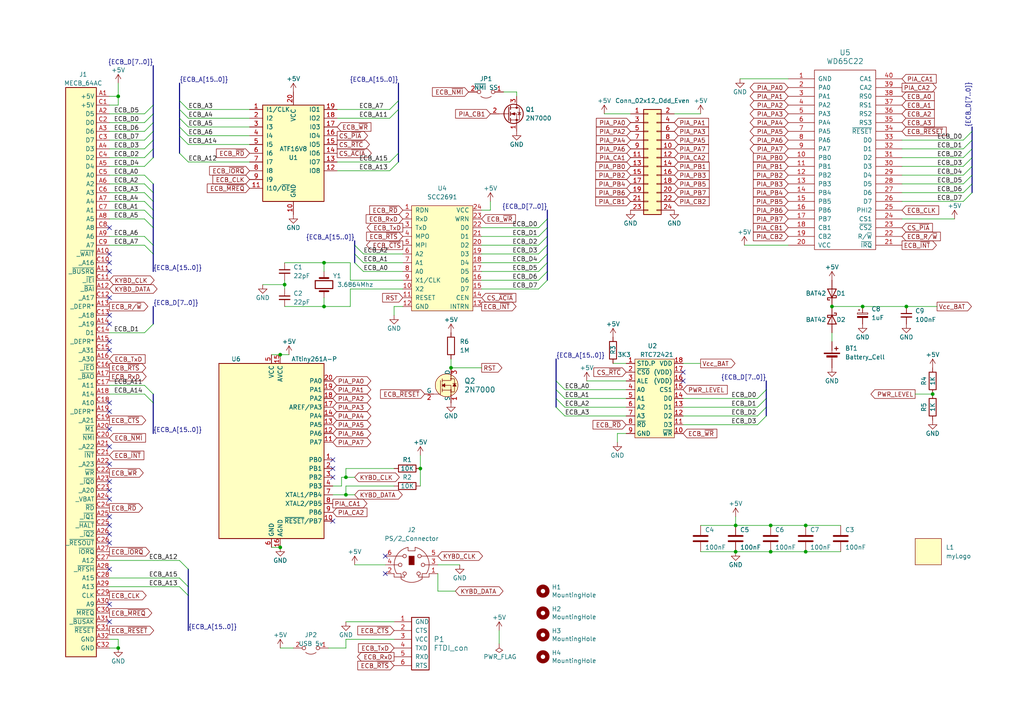
<source format=kicad_sch>
(kicad_sch (version 20230121) (generator eeschema)
  (paper "A4")
  (title_block (title "TLC SYS I/O Board for MECB") (date "14/10/24") (rev "1.4") (company "TLC Stuff"))
  (junction (at 81.28 102.87))
  (junction (at 81.28 158.75))
  (junction (at 241.3 88.9))
  (junction (at 270.51 114.3))
  (junction (at 93.98 88.9))
  (junction (at 233.68 152.4))
  (junction (at 34.29 187.96))
  (junction (at 121.92 135.89))
  (junction (at 213.36 160.02))
  (junction (at 93.98 76.2))
  (junction (at 223.52 160.02))
  (junction (at 233.68 160.02))
  (junction (at 262.89 88.9))
  (junction (at 100.33 143.51))
  (junction (at 82.55 82.55))
  (junction (at 250.19 88.9))
  (junction (at 130.81 106.68))
  (junction (at 213.36 152.4))
  (junction (at 100.33 138.43))
  (junction (at 34.29 27.94))
  (junction (at 223.52 152.4))
  (no_connect (at 198.12 110.49))
  (no_connect (at 31.75 93.98))
  (no_connect (at 31.75 78.74))
  (no_connect (at 31.75 165.1))
  (no_connect (at 111.76 166.37))
  (no_connect (at 31.75 180.34))
  (no_connect (at 31.75 73.66))
  (no_connect (at 31.75 86.36))
  (no_connect (at 31.75 157.48))
  (no_connect (at 96.52 138.43))
  (no_connect (at 31.75 124.46))
  (no_connect (at 31.75 66.04))
  (no_connect (at 96.52 133.35))
  (no_connect (at 31.75 134.62))
  (no_connect (at 31.75 76.2))
  (no_connect (at 31.75 101.6))
  (no_connect (at 31.75 116.84))
  (no_connect (at 31.75 129.54))
  (no_connect (at 31.75 154.94))
  (no_connect (at 111.76 161.29))
  (no_connect (at 31.75 152.4))
  (no_connect (at 31.75 149.86))
  (no_connect (at 31.75 175.26))
  (no_connect (at 96.52 135.89))
  (no_connect (at 96.52 151.13))
  (no_connect (at 31.75 91.44))
  (no_connect (at 31.75 119.38))
  (no_connect (at 198.12 107.95))
  (no_connect (at 31.75 142.24))
  (no_connect (at 31.75 144.78))
  (no_connect (at 31.75 139.7))
  (no_connect (at 31.75 99.06))
  (bus_entry (at 44.45 53.34) (size -2.54 -2.54))
  (bus_entry (at 281.94 38.1) (size -2.54 2.54))
  (bus_entry (at 52.07 170.18) (size 2.54 2.54))
  (bus_entry (at 222.25 115.57) (size -2.54 2.54))
  (bus_entry (at 102.87 76.2) (size 2.54 2.54))
  (bus_entry (at 52.07 162.56) (size 2.54 2.54))
  (bus_entry (at 41.91 43.18) (size 2.54 -2.54))
  (bus_entry (at 41.91 38.1) (size 2.54 -2.54))
  (bus_entry (at 44.45 55.88) (size -2.54 -2.54))
  (bus_entry (at 281.94 50.8) (size -2.54 2.54))
  (bus_entry (at 44.45 63.5) (size -2.54 -2.54))
  (bus_entry (at 158.75 68.58) (size -2.54 2.54))
  (bus_entry (at 281.94 48.26) (size -2.54 2.54))
  (bus_entry (at 222.25 113.03) (size -2.54 2.54))
  (bus_entry (at 102.87 71.12) (size 2.54 2.54))
  (bus_entry (at 281.94 55.88) (size -2.54 2.54))
  (bus_entry (at 52.07 167.64) (size 2.54 2.54))
  (bus_entry (at 281.94 53.34) (size -2.54 2.54))
  (bus_entry (at 158.75 63.5) (size -2.54 2.54))
  (bus_entry (at 41.91 48.26) (size 2.54 -2.54))
  (bus_entry (at 41.91 33.02) (size 2.54 -2.54))
  (bus_entry (at 158.75 71.12) (size -2.54 2.54))
  (bus_entry (at 158.75 66.04) (size -2.54 2.54))
  (bus_entry (at 281.94 40.64) (size -2.54 2.54))
  (bus_entry (at 161.29 118.11) (size 2.54 2.54))
  (bus_entry (at 41.91 111.76) (size 2.54 2.54))
  (bus_entry (at 41.91 96.52) (size 2.54 -2.54))
  (bus_entry (at 161.29 113.03) (size 2.54 2.54))
  (bus_entry (at 44.45 73.66) (size -2.54 -2.54))
  (bus_entry (at 281.94 43.18) (size -2.54 2.54))
  (bus_entry (at 41.91 45.72) (size 2.54 -2.54))
  (bus_entry (at 44.45 66.04) (size -2.54 -2.54))
  (bus_entry (at 158.75 81.28) (size -2.54 2.54))
  (bus_entry (at 158.75 76.2) (size -2.54 2.54))
  (bus_entry (at 161.29 110.49) (size 2.54 2.54))
  (bus_entry (at 161.29 115.57) (size 2.54 2.54))
  (bus_entry (at 41.91 35.56) (size 2.54 -2.54))
  (bus_entry (at 158.75 73.66) (size -2.54 2.54))
  (bus_entry (at 102.87 73.66) (size 2.54 2.54))
  (bus_entry (at 41.91 114.3) (size 2.54 2.54))
  (bus_entry (at 44.45 71.12) (size -2.54 -2.54))
  (bus_entry (at 222.25 118.11) (size -2.54 2.54))
  (bus_entry (at 52.07 36.83) (size 2.54 2.54))
  (bus_entry (at 52.07 44.45) (size 2.54 2.54))
  (bus_entry (at 52.07 39.37) (size 2.54 2.54))
  (bus_entry (at 52.07 29.21) (size 2.54 2.54))
  (bus_entry (at 52.07 31.75) (size 2.54 2.54))
  (bus_entry (at 52.07 34.29) (size 2.54 2.54))
  (bus_entry (at 113.03 49.53) (size 2.54 -2.54))
  (bus_entry (at 113.03 46.99) (size 2.54 -2.54))
  (bus_entry (at 113.03 34.29) (size 2.54 -2.54))
  (bus_entry (at 113.03 31.75) (size 2.54 -2.54))
  (bus_entry (at 41.91 40.64) (size 2.54 -2.54))
  (bus_entry (at 281.94 45.72) (size -2.54 2.54))
  (bus_entry (at 44.45 58.42) (size -2.54 -2.54))
  (bus_entry (at 222.25 120.65) (size -2.54 2.54))
  (bus_entry (at 44.45 60.96) (size -2.54 -2.54))
  (bus_entry (at 158.75 78.74) (size -2.54 2.54))
  (wire (pts (xy 96.52 140.97) (xy 99.06 140.97)))
  (wire (pts (xy 54.61 46.99) (xy 72.39 46.99)))
  (wire (pts (xy 233.68 152.4) (xy 243.84 152.4)))
  (wire (pts (xy 31.75 40.64) (xy 41.91 40.64)))
  (bus (pts (xy 281.94 43.18) (xy 281.94 45.72)))
  (wire (pts (xy 127 171.45) (xy 132.08 171.45)))
  (wire (pts (xy 97.79 31.75) (xy 113.03 31.75)))
  (wire (pts (xy 105.41 78.74) (xy 116.84 78.74)))
  (wire (pts (xy 116.84 81.28) (xy 101.6 81.28)))
  (wire (pts (xy 81.28 187.96) (xy 85.09 187.96)))
  (wire (pts (xy 198.12 105.41) (xy 203.2 105.41)))
  (bus (pts (xy 44.45 19.05) (xy 44.45 30.48)))
  (wire (pts (xy 31.75 63.5) (xy 41.91 63.5)))
  (wire (pts (xy 105.41 73.66) (xy 116.84 73.66)))
  (wire (pts (xy 139.7 81.28) (xy 156.21 81.28)))
  (wire (pts (xy 101.6 88.9) (xy 93.98 88.9)))
  (wire (pts (xy 265.43 114.3) (xy 270.51 114.3)))
  (wire (pts (xy 261.62 63.5) (xy 276.86 63.5)))
  (wire (pts (xy 100.33 140.97) (xy 100.33 143.51)))
  (bus (pts (xy 54.61 170.18) (xy 54.61 172.72)))
  (wire (pts (xy 102.87 163.83) (xy 111.76 163.83)))
  (bus (pts (xy 44.45 66.04) (xy 44.45 71.12)))
  (wire (pts (xy 31.75 71.12) (xy 41.91 71.12)))
  (bus (pts (xy 115.57 24.13) (xy 115.57 29.21)))
  (bus (pts (xy 44.45 53.34) (xy 44.45 55.88)))
  (wire (pts (xy 31.75 185.42) (xy 34.29 185.42)))
  (wire (pts (xy 93.98 86.36) (xy 93.98 88.9)))
  (wire (pts (xy 93.98 76.2) (xy 82.55 76.2)))
  (wire (pts (xy 262.89 88.9) (xy 271.78 88.9)))
  (wire (pts (xy 203.2 160.02) (xy 213.36 160.02)))
  (wire (pts (xy 146.05 26.67) (xy 149.86 26.67)))
  (wire (pts (xy 31.75 53.34) (xy 41.91 53.34)))
  (wire (pts (xy 78.74 158.75) (xy 81.28 158.75)))
  (wire (pts (xy 139.7 68.58) (xy 156.21 68.58)))
  (bus (pts (xy 158.75 66.04) (xy 158.75 68.58)))
  (bus (pts (xy 222.25 110.49) (xy 222.25 113.03)))
  (bus (pts (xy 115.57 29.21) (xy 115.57 31.75)))
  (wire (pts (xy 31.75 45.72) (xy 41.91 45.72)))
  (wire (pts (xy 114.3 140.97) (xy 100.33 140.97)))
  (wire (pts (xy 116.84 83.82) (xy 101.6 83.82)))
  (wire (pts (xy 54.61 41.91) (xy 72.39 41.91)))
  (wire (pts (xy 198.12 120.65) (xy 219.71 120.65)))
  (bus (pts (xy 161.29 104.14) (xy 161.29 110.49)))
  (wire (pts (xy 31.75 38.1) (xy 41.91 38.1)))
  (wire (pts (xy 31.75 162.56) (xy 52.07 162.56)))
  (wire (pts (xy 31.75 48.26) (xy 41.91 48.26)))
  (wire (pts (xy 175.26 33.02) (xy 182.88 33.02)))
  (bus (pts (xy 158.75 76.2) (xy 158.75 78.74)))
  (wire (pts (xy 31.75 50.8) (xy 41.91 50.8)))
  (bus (pts (xy 44.45 88.9) (xy 44.45 93.98)))
  (bus (pts (xy 222.25 115.57) (xy 222.25 118.11)))
  (wire (pts (xy 181.61 125.73) (xy 179.07 125.73)))
  (wire (pts (xy 82.55 82.55) (xy 82.55 83.82)))
  (wire (pts (xy 170.18 110.49) (xy 181.61 110.49)))
  (bus (pts (xy 44.45 43.18) (xy 44.45 45.72)))
  (wire (pts (xy 114.3 135.89) (xy 100.33 135.89)))
  (bus (pts (xy 52.07 24.13) (xy 52.07 29.21)))
  (wire (pts (xy 215.9 71.12) (xy 228.6 71.12)))
  (wire (pts (xy 261.62 40.64) (xy 279.4 40.64)))
  (wire (pts (xy 31.75 33.02) (xy 41.91 33.02)))
  (wire (pts (xy 31.75 43.18) (xy 41.91 43.18)))
  (wire (pts (xy 31.75 60.96) (xy 41.91 60.96)))
  (wire (pts (xy 99.06 138.43) (xy 100.33 138.43)))
  (wire (pts (xy 31.75 58.42) (xy 41.91 58.42)))
  (wire (pts (xy 54.61 36.83) (xy 72.39 36.83)))
  (bus (pts (xy 54.61 172.72) (xy 54.61 182.88)))
  (wire (pts (xy 31.75 167.64) (xy 52.07 167.64)))
  (bus (pts (xy 44.45 55.88) (xy 44.45 58.42)))
  (wire (pts (xy 261.62 53.34) (xy 279.4 53.34)))
  (wire (pts (xy 76.2 82.55) (xy 82.55 82.55)))
  (wire (pts (xy 139.7 66.04) (xy 156.21 66.04)))
  (wire (pts (xy 96.52 143.51) (xy 100.33 143.51)))
  (wire (pts (xy 177.8 105.41) (xy 181.61 105.41)))
  (bus (pts (xy 102.87 71.12) (xy 102.87 73.66)))
  (wire (pts (xy 31.75 55.88) (xy 41.91 55.88)))
  (wire (pts (xy 31.75 111.76) (xy 41.91 111.76)))
  (wire (pts (xy 241.3 96.52) (xy 241.3 99.06)))
  (wire (pts (xy 116.84 88.9) (xy 114.3 88.9)))
  (wire (pts (xy 198.12 118.11) (xy 219.71 118.11)))
  (wire (pts (xy 31.75 114.3) (xy 41.91 114.3)))
  (wire (pts (xy 101.6 81.28) (xy 101.6 76.2)))
  (wire (pts (xy 261.62 58.42) (xy 279.4 58.42)))
  (wire (pts (xy 31.75 68.58) (xy 41.91 68.58)))
  (bus (pts (xy 52.07 29.21) (xy 52.07 31.75)))
  (bus (pts (xy 102.87 69.85) (xy 102.87 71.12)))
  (wire (pts (xy 139.7 83.82) (xy 156.21 83.82)))
  (bus (pts (xy 158.75 63.5) (xy 158.75 66.04)))
  (wire (pts (xy 99.06 140.97) (xy 99.06 138.43)))
  (wire (pts (xy 100.33 185.42) (xy 100.33 187.96)))
  (bus (pts (xy 44.45 71.12) (xy 44.45 73.66)))
  (bus (pts (xy 158.75 73.66) (xy 158.75 76.2)))
  (bus (pts (xy 44.45 116.84) (xy 44.45 125.73)))
  (wire (pts (xy 163.83 115.57) (xy 181.61 115.57)))
  (wire (pts (xy 31.75 35.56) (xy 41.91 35.56)))
  (wire (pts (xy 127 166.37) (xy 127 171.45)))
  (bus (pts (xy 54.61 165.1) (xy 54.61 170.18)))
  (bus (pts (xy 222.25 113.03) (xy 222.25 115.57)))
  (wire (pts (xy 101.6 76.2) (xy 93.98 76.2)))
  (bus (pts (xy 222.25 118.11) (xy 222.25 120.65)))
  (wire (pts (xy 149.86 26.67) (xy 149.86 27.94)))
  (wire (pts (xy 233.68 160.02) (xy 243.84 160.02)))
  (wire (pts (xy 195.58 33.02) (xy 203.2 33.02)))
  (bus (pts (xy 281.94 45.72) (xy 281.94 48.26)))
  (bus (pts (xy 115.57 44.45) (xy 115.57 46.99)))
  (wire (pts (xy 261.62 45.72) (xy 279.4 45.72)))
  (wire (pts (xy 213.36 149.86) (xy 213.36 152.4)))
  (wire (pts (xy 139.7 73.66) (xy 156.21 73.66)))
  (wire (pts (xy 139.7 76.2) (xy 156.21 76.2)))
  (wire (pts (xy 81.28 102.87) (xy 83.82 102.87)))
  (wire (pts (xy 31.75 96.52) (xy 41.91 96.52)))
  (bus (pts (xy 281.94 48.26) (xy 281.94 50.8)))
  (wire (pts (xy 261.62 55.88) (xy 279.4 55.88)))
  (wire (pts (xy 100.33 187.96) (xy 95.25 187.96)))
  (bus (pts (xy 52.07 36.83) (xy 52.07 39.37)))
  (wire (pts (xy 101.6 83.82) (xy 101.6 88.9)))
  (wire (pts (xy 142.24 60.96) (xy 142.24 58.42)))
  (wire (pts (xy 213.36 152.4) (xy 223.52 152.4)))
  (wire (pts (xy 198.12 123.19) (xy 219.71 123.19)))
  (bus (pts (xy 44.45 38.1) (xy 44.45 40.64)))
  (bus (pts (xy 44.45 40.64) (xy 44.45 43.18)))
  (bus (pts (xy 102.87 73.66) (xy 102.87 76.2)))
  (bus (pts (xy 52.07 34.29) (xy 52.07 36.83)))
  (wire (pts (xy 163.83 120.65) (xy 181.61 120.65)))
  (wire (pts (xy 34.29 30.48) (xy 34.29 27.94)))
  (wire (pts (xy 82.55 81.28) (xy 82.55 82.55)))
  (wire (pts (xy 31.75 30.48) (xy 34.29 30.48)))
  (wire (pts (xy 127 163.83) (xy 133.35 163.83)))
  (wire (pts (xy 100.33 180.34) (xy 114.3 180.34)))
  (wire (pts (xy 31.75 170.18) (xy 52.07 170.18)))
  (wire (pts (xy 261.62 50.8) (xy 279.4 50.8)))
  (wire (pts (xy 214.63 22.86) (xy 228.6 22.86)))
  (wire (pts (xy 78.74 102.87) (xy 81.28 102.87)))
  (wire (pts (xy 203.2 152.4) (xy 213.36 152.4)))
  (bus (pts (xy 52.07 31.75) (xy 52.07 34.29)))
  (wire (pts (xy 144.78 182.88) (xy 144.78 186.69)))
  (wire (pts (xy 139.7 78.74) (xy 156.21 78.74)))
  (wire (pts (xy 100.33 143.51) (xy 102.87 143.51)))
  (wire (pts (xy 100.33 138.43) (xy 102.87 138.43)))
  (wire (pts (xy 105.41 76.2) (xy 116.84 76.2)))
  (wire (pts (xy 34.29 185.42) (xy 34.29 187.96)))
  (wire (pts (xy 121.92 132.08) (xy 121.92 135.89)))
  (wire (pts (xy 114.3 88.9) (xy 114.3 91.44)))
  (wire (pts (xy 54.61 39.37) (xy 72.39 39.37)))
  (wire (pts (xy 223.52 160.02) (xy 233.68 160.02)))
  (wire (pts (xy 97.79 49.53) (xy 113.03 49.53)))
  (wire (pts (xy 198.12 115.57) (xy 219.71 115.57)))
  (bus (pts (xy 161.29 110.49) (xy 161.29 113.03)))
  (wire (pts (xy 250.19 88.9) (xy 262.89 88.9)))
  (wire (pts (xy 93.98 76.2) (xy 93.98 78.74)))
  (bus (pts (xy 115.57 31.75) (xy 115.57 44.45)))
  (bus (pts (xy 281.94 53.34) (xy 281.94 55.88)))
  (wire (pts (xy 31.75 187.96) (xy 34.29 187.96)))
  (wire (pts (xy 223.52 152.4) (xy 233.68 152.4)))
  (bus (pts (xy 44.45 73.66) (xy 44.45 78.74)))
  (bus (pts (xy 161.29 113.03) (xy 161.29 115.57)))
  (bus (pts (xy 161.29 115.57) (xy 161.29 118.11)))
  (bus (pts (xy 44.45 33.02) (xy 44.45 35.56)))
  (wire (pts (xy 139.7 71.12) (xy 156.21 71.12)))
  (bus (pts (xy 281.94 36.83) (xy 281.94 38.1)))
  (wire (pts (xy 261.62 48.26) (xy 279.4 48.26)))
  (bus (pts (xy 158.75 78.74) (xy 158.75 81.28)))
  (wire (pts (xy 121.92 135.89) (xy 121.92 140.97)))
  (wire (pts (xy 139.7 60.96) (xy 142.24 60.96)))
  (bus (pts (xy 281.94 40.64) (xy 281.94 43.18)))
  (wire (pts (xy 179.07 125.73) (xy 179.07 128.27)))
  (bus (pts (xy 158.75 60.96) (xy 158.75 63.5)))
  (wire (pts (xy 93.98 88.9) (xy 82.55 88.9)))
  (wire (pts (xy 213.36 160.02) (xy 223.52 160.02)))
  (bus (pts (xy 281.94 38.1) (xy 281.94 40.64)))
  (bus (pts (xy 44.45 58.42) (xy 44.45 60.96)))
  (wire (pts (xy 241.3 88.9) (xy 250.19 88.9)))
  (bus (pts (xy 158.75 71.12) (xy 158.75 73.66)))
  (wire (pts (xy 97.79 46.99) (xy 113.03 46.99)))
  (bus (pts (xy 158.75 68.58) (xy 158.75 71.12)))
  (wire (pts (xy 130.81 106.68) (xy 139.7 106.68)))
  (bus (pts (xy 44.45 114.3) (xy 44.45 116.84)))
  (wire (pts (xy 261.62 43.18) (xy 279.4 43.18)))
  (wire (pts (xy 54.61 31.75) (xy 72.39 31.75)))
  (wire (pts (xy 130.81 104.14) (xy 130.81 106.68)))
  (bus (pts (xy 281.94 50.8) (xy 281.94 53.34)))
  (bus (pts (xy 44.45 63.5) (xy 44.45 66.04)))
  (bus (pts (xy 44.45 35.56) (xy 44.45 38.1)))
  (wire (pts (xy 163.83 113.03) (xy 181.61 113.03)))
  (wire (pts (xy 100.33 135.89) (xy 100.33 138.43)))
  (wire (pts (xy 97.79 34.29) (xy 113.03 34.29)))
  (wire (pts (xy 163.83 118.11) (xy 181.61 118.11)))
  (bus (pts (xy 44.45 60.96) (xy 44.45 63.5)))
  (wire (pts (xy 114.3 185.42) (xy 100.33 185.42)))
  (bus (pts (xy 52.07 39.37) (xy 52.07 44.45)))
  (wire (pts (xy 31.75 27.94) (xy 34.29 27.94)))
  (wire (pts (xy 34.29 24.13) (xy 34.29 27.94)))
  (wire (pts (xy 54.61 34.29) (xy 72.39 34.29)))
  (bus (pts (xy 44.45 30.48) (xy 44.45 33.02)))
  (label "{ECB_A[15..0]}" (at 115.57 24.13 180))
  (label "ECB_A5" (at 54.61 36.83 0))
  (label "ECB_D6" (at 148.59 81.28 0))
  (label "ECB_A6" (at 54.61 39.37 0))
  (label "ECB_D0" (at 212.09 115.57 0))
  (label "ECB_A15" (at 43.18 167.64 0))
  (label "ECB_D2" (at 271.78 45.72 0))
  (label "{ECB_A[15..0]}" (at 44.45 125.73 0))
  (label "ECB_D4" (at 271.78 50.8 0))
  (label "{ECB_A[15..0]}" (at 54.61 182.88 0))
  (label "ECB_D7" (at 271.78 58.42 0))
  (label "ECB_A2" (at 105.41 73.66 0))
  (label "ECB_A7" (at 104.14 31.75 0))
  (label "ECB_A15" (at 104.14 46.99 0))
  (label "ECB_D3" (at 33.02 43.18 0))
  (label "ECB_A12" (at 43.18 162.56 0))
  (label "{ECB_D[7..0]}" (at 44.45 88.9 0))
  (label "ECB_D1" (at 148.59 68.58 0))
  (label "ECB_D4" (at 148.59 76.2 0))
  (label "ECB_A1" (at 163.83 115.57 0))
  (label "ECB_A0" (at 105.41 78.74 0))
  (label "{ECB_D[7..0]}" (at 222.25 110.49 180))
  (label "{ECB_D[7..0]}" (at 281.94 36.83 90))
  (label "ECB_D3" (at 271.78 48.26 0))
  (label "ECB_A13" (at 104.14 49.53 0))
  (label "ECB_D0" (at 271.78 40.64 0))
  (label "{ECB_A[15..0]}" (at 44.45 78.74 0))
  (label "ECB_D0" (at 33.02 35.56 0))
  (label "ECB_A0" (at 33.02 50.8 0))
  (label "ECB_D7" (at 33.02 40.64 0))
  (label "ECB_D6" (at 33.02 38.1 0))
  (label "ECB_D3" (at 148.59 73.66 0))
  (label "ECB_A6" (at 33.02 68.58 0))
  (label "ECB_A3" (at 54.61 31.75 0))
  (label "ECB_D5" (at 33.02 33.02 0))
  (label "{ECB_A[15..0]}" (at 161.29 104.14 0))
  (label "ECB_A1" (at 105.41 76.2 0))
  (label "ECB_A12" (at 54.61 46.99 0))
  (label "{ECB_D[7..0]}" (at 44.45 19.05 180))
  (label "ECB_A11" (at 33.02 111.76 0))
  (label "ECB_A4" (at 33.02 58.42 0))
  (label "ECB_A2" (at 163.83 118.11 0))
  (label "ECB_A0" (at 163.83 113.03 0))
  (label "ECB_D7" (at 148.59 83.82 0))
  (label "ECB_D5" (at 271.78 53.34 0))
  (label "ECB_A3" (at 33.02 55.88 0))
  (label "ECB_A2" (at 33.02 53.34 0))
  (label "ECB_A4" (at 54.61 34.29 0))
  (label "ECB_D3" (at 212.09 123.19 0))
  (label "ECB_A5" (at 33.02 63.5 0))
  (label "{ECB_D[7..0]}" (at 158.75 60.96 180))
  (label "ECB_D0" (at 148.59 66.04 0))
  (label "ECB_D4" (at 33.02 48.26 0))
  (label "ECB_D2" (at 148.59 71.12 0))
  (label "ECB_A11" (at 104.14 34.29 0))
  (label "ECB_D6" (at 271.78 55.88 0))
  (label "ECB_D1" (at 33.02 96.52 0))
  (label "ECB_A13" (at 43.18 170.18 0))
  (label "ECB_D1" (at 271.78 43.18 0))
  (label "ECB_A7" (at 33.02 71.12 0))
  (label "ECB_D2" (at 33.02 45.72 0))
  (label "{ECB_A[15..0]}" (at 52.07 24.13 0))
  (label "{ECB_A[15..0]}" (at 102.87 69.85 180))
  (label "ECB_D1" (at 212.09 118.11 0))
  (label "ECB_D5" (at 148.59 78.74 0))
  (label "ECB_A3" (at 163.83 120.65 0))
  (label "ECB_A14" (at 33.02 114.3 0))
  (label "ECB_D2" (at 212.09 120.65 0))
  (label "ECB_A1" (at 33.02 60.96 0))
  (label "ECB_A14" (at 54.61 41.91 0))
  (global_label "ECB_~{RESET}" (shape output) (at 31.75 182.88 0) (property "Intersheetrefs" "${INTERSHEET_REFS}" (effects hide)))
  (global_label "ECB_~{MREQ}" (shape output) (at 31.75 177.8 0) (property "Intersheetrefs" "${INTERSHEET_REFS}" (effects hide)))
  (global_label "PIA_CA2" (shape input) (at 96.52 148.59 0) (property "Intersheetrefs" "${INTERSHEET_REFS}" (effects hide)))
  (global_label "PIA_PB2" (shape input) (at 228.6 50.8 180) (property "Intersheetrefs" "${INTERSHEET_REFS}" (effects hide)))
  (global_label "ECB_A1" (shape input) (at 261.62 30.48 0) (property "Intersheetrefs" "${INTERSHEET_REFS}" (effects hide)))
  (global_label "PIA_PA6" (shape bidirectional) (at 96.52 125.73 0) (property "Intersheetrefs" "${INTERSHEET_REFS}" (effects hide)))
  (global_label "PIA_PB2" (shape input) (at 182.88 50.8 180) (property "Intersheetrefs" "${INTERSHEET_REFS}" (effects hide)))
  (global_label "ECB_RxD" (shape output) (at 31.75 109.22 0) (property "Intersheetrefs" "${INTERSHEET_REFS}" (effects hide)))
  (global_label "PIA_CB1" (shape input) (at 142.24 33.02 180) (property "Intersheetrefs" "${INTERSHEET_REFS}" (effects hide)))
  (global_label "ECB_CLK" (shape output) (at 31.75 172.72 0) (property "Intersheetrefs" "${INTERSHEET_REFS}" (effects hide)))
  (global_label "KYBD_DATA" (shape bidirectional) (at 132.08 171.45 0) (property "Intersheetrefs" "${INTERSHEET_REFS}" (effects hide)))
  (global_label "PIA_PA3" (shape bidirectional) (at 96.52 118.11 0) (property "Intersheetrefs" "${INTERSHEET_REFS}" (effects hide)))
  (global_label "RST" (shape input) (at 116.84 86.36 180) (property "Intersheetrefs" "${INTERSHEET_REFS}" (effects hide)))
  (global_label "CS_~{ACIA}" (shape output) (at 97.79 44.45 0) (property "Intersheetrefs" "${INTERSHEET_REFS}" (effects hide)))
  (global_label "ECB_~{CTS}" (shape output) (at 116.84 71.12 180) (property "Intersheetrefs" "${INTERSHEET_REFS}" (effects hide)))
  (global_label "PIA_PB1" (shape input) (at 195.58 48.26 0) (property "Intersheetrefs" "${INTERSHEET_REFS}" (effects hide)))
  (global_label "PIA_PB3" (shape input) (at 195.58 50.8 0) (property "Intersheetrefs" "${INTERSHEET_REFS}" (effects hide)))
  (global_label "ECB_~{RTS}" (shape input) (at 114.3 193.04 180) (property "Intersheetrefs" "${INTERSHEET_REFS}" (effects hide)))
  (global_label "PIA_PA5" (shape bidirectional) (at 96.52 123.19 0) (property "Intersheetrefs" "${INTERSHEET_REFS}" (effects hide)))
  (global_label "PIA_PB5" (shape input) (at 228.6 58.42 180) (property "Intersheetrefs" "${INTERSHEET_REFS}" (effects hide)))
  (global_label "PIA_PB6" (shape input) (at 182.88 55.88 180) (property "Intersheetrefs" "${INTERSHEET_REFS}" (effects hide)))
  (global_label "PIA_PA1" (shape bidirectional) (at 96.52 113.03 0) (property "Intersheetrefs" "${INTERSHEET_REFS}" (effects hide)))
  (global_label "KYBD_DATA" (shape bidirectional) (at 31.75 83.82 0) (property "Intersheetrefs" "${INTERSHEET_REFS}" (effects hide)))
  (global_label "ECB_~{IORQ}" (shape output) (at 31.75 160.02 0) (property "Intersheetrefs" "${INTERSHEET_REFS}" (effects hide)))
  (global_label "PIA_PB5" (shape input) (at 195.58 53.34 0) (property "Intersheetrefs" "${INTERSHEET_REFS}" (effects hide)))
  (global_label "ECB_~{RESET}" (shape input) (at 123.19 114.3 180) (property "Intersheetrefs" "${INTERSHEET_REFS}" (effects hide)))
  (global_label "PIA_CA1" (shape output) (at 96.52 146.05 0) (property "Intersheetrefs" "${INTERSHEET_REFS}" (effects hide)))
  (global_label "ECB_~{RD}" (shape input) (at 72.39 44.45 180) (property "Intersheetrefs" "${INTERSHEET_REFS}" (effects hide)))
  (global_label "PIA_PA4" (shape bidirectional) (at 96.52 120.65 0) (property "Intersheetrefs" "${INTERSHEET_REFS}" (effects hide)))
  (global_label "PIA_PA3" (shape bidirectional) (at 228.6 33.02 180) (property "Intersheetrefs" "${INTERSHEET_REFS}" (effects hide)))
  (global_label "PIA_CB2" (shape input) (at 195.58 58.42 0) (property "Intersheetrefs" "${INTERSHEET_REFS}" (effects hide)))
  (global_label "PIA_PA2" (shape input) (at 182.88 38.1 180) (property "Intersheetrefs" "${INTERSHEET_REFS}" (effects hide)))
  (global_label "PIA_PB4" (shape input) (at 182.88 53.34 180) (property "Intersheetrefs" "${INTERSHEET_REFS}" (effects hide)))
  (global_label "CS_~{PIA}" (shape input) (at 261.62 66.04 0) (property "Intersheetrefs" "${INTERSHEET_REFS}" (effects hide)))
  (global_label "CS_~{ACIA}" (shape input) (at 139.7 86.36 0) (property "Intersheetrefs" "${INTERSHEET_REFS}" (effects hide)))
  (global_label "PIA_PA0" (shape bidirectional) (at 228.6 25.4 180) (property "Intersheetrefs" "${INTERSHEET_REFS}" (effects hide)))
  (global_label "KYBD_DATA" (shape bidirectional) (at 102.87 143.51 0) (property "Intersheetrefs" "${INTERSHEET_REFS}" (effects hide)))
  (global_label "ECB_A3" (shape input) (at 261.62 35.56 0) (property "Intersheetrefs" "${INTERSHEET_REFS}" (effects hide)))
  (global_label "ECB_~{WR}" (shape input) (at 97.79 36.83 0) (property "Intersheetrefs" "${INTERSHEET_REFS}" (effects hide)))
  (global_label "PIA_PB7" (shape input) (at 228.6 63.5 180) (property "Intersheetrefs" "${INTERSHEET_REFS}" (effects hide)))
  (global_label "PIA_PA4" (shape input) (at 182.88 40.64 180) (property "Intersheetrefs" "${INTERSHEET_REFS}" (effects hide)))
  (global_label "Vcc_BAT" (shape output) (at 203.2 105.41 0) (property "Intersheetrefs" "${INTERSHEET_REFS}" (effects hide)))
  (global_label "ECB_~{INT}" (shape input) (at 31.75 132.08 0) (property "Intersheetrefs" "${INTERSHEET_REFS}" (effects hide)))
  (global_label "PIA_PA0" (shape bidirectional) (at 96.52 110.49 0) (property "Intersheetrefs" "${INTERSHEET_REFS}" (effects hide)))
  (global_label "CS_~{PIA}" (shape output) (at 97.79 39.37 0) (property "Intersheetrefs" "${INTERSHEET_REFS}" (effects hide)))
  (global_label "RST" (shape output) (at 139.7 106.68 0) (property "Intersheetrefs" "${INTERSHEET_REFS}" (effects hide)))
  (global_label "ECB_CLK" (shape input) (at 72.39 52.07 180) (property "Intersheetrefs" "${INTERSHEET_REFS}" (effects hide)))
  (global_label "PIA_CB1" (shape input) (at 182.88 58.42 180) (property "Intersheetrefs" "${INTERSHEET_REFS}" (effects hide)))
  (global_label "ECB_TxD" (shape input) (at 31.75 104.14 0) (property "Intersheetrefs" "${INTERSHEET_REFS}" (effects hide)))
  (global_label "ECB_~{INT}" (shape output) (at 261.62 71.12 0) (property "Intersheetrefs" "${INTERSHEET_REFS}" (effects hide)))
  (global_label "PIA_CA2" (shape output) (at 261.62 25.4 0) (property "Intersheetrefs" "${INTERSHEET_REFS}" (effects hide)))
  (global_label "PIA_PB4" (shape input) (at 228.6 55.88 180) (property "Intersheetrefs" "${INTERSHEET_REFS}" (effects hide)))
  (global_label "PIA_PB6" (shape input) (at 228.6 60.96 180) (property "Intersheetrefs" "${INTERSHEET_REFS}" (effects hide)))
  (global_label "PIA_PA4" (shape bidirectional) (at 228.6 35.56 180) (property "Intersheetrefs" "${INTERSHEET_REFS}" (effects hide)))
  (global_label "PIA_PA5" (shape input) (at 195.58 40.64 0) (property "Intersheetrefs" "${INTERSHEET_REFS}" (effects hide)))
  (global_label "ECB_RxD" (shape output) (at 114.3 190.5 180) (property "Intersheetrefs" "${INTERSHEET_REFS}" (effects hide)))
  (global_label "PIA_PB3" (shape input) (at 228.6 53.34 180) (property "Intersheetrefs" "${INTERSHEET_REFS}" (effects hide)))
  (global_label "PIA_PA6" (shape bidirectional) (at 228.6 40.64 180) (property "Intersheetrefs" "${INTERSHEET_REFS}" (effects hide)))
  (global_label "KYBD_CLK" (shape bidirectional) (at 31.75 81.28 0) (property "Intersheetrefs" "${INTERSHEET_REFS}" (effects hide)))
  (global_label "ECB_A2" (shape input) (at 261.62 33.02 0) (property "Intersheetrefs" "${INTERSHEET_REFS}" (effects hide)))
  (global_label "ECB_~{RESET}" (shape input) (at 261.62 38.1 0) (property "Intersheetrefs" "${INTERSHEET_REFS}" (effects hide)))
  (global_label "ECB_~{CTS}" (shape input) (at 114.3 182.88 180) (property "Intersheetrefs" "${INTERSHEET_REFS}" (effects hide)))
  (global_label "PIA_PA5" (shape bidirectional) (at 228.6 38.1 180) (property "Intersheetrefs" "${INTERSHEET_REFS}" (effects hide)))
  (global_label "PIA_PA1" (shape bidirectional) (at 228.6 27.94 180) (property "Intersheetrefs" "${INTERSHEET_REFS}" (effects hide)))
  (global_label "KYBD_CLK" (shape bidirectional) (at 102.87 138.43 0) (property "Intersheetrefs" "${INTERSHEET_REFS}" (effects hide)))
  (global_label "PIA_PB0" (shape input) (at 228.6 45.72 180) (property "Intersheetrefs" "${INTERSHEET_REFS}" (effects hide)))
  (global_label "PIA_CA1" (shape input) (at 261.62 22.86 0) (property "Intersheetrefs" "${INTERSHEET_REFS}" (effects hide)))
  (global_label "PIA_PA7" (shape bidirectional) (at 96.52 128.27 0) (property "Intersheetrefs" "${INTERSHEET_REFS}" (effects hide)))
  (global_label "ECB_~{WR}" (shape output) (at 31.75 137.16 0) (property "Intersheetrefs" "${INTERSHEET_REFS}" (effects hide)))
  (global_label "ECB_TxD" (shape input) (at 114.3 187.96 180) (property "Intersheetrefs" "${INTERSHEET_REFS}" (effects hide)))
  (global_label "ECB_TxD" (shape output) (at 116.84 66.04 180) (property "Intersheetrefs" "${INTERSHEET_REFS}" (effects hide)))
  (global_label "CS_~{RTC}" (shape input) (at 181.61 107.95 180) (property "Intersheetrefs" "${INTERSHEET_REFS}" (effects hide)))
  (global_label "PIA_PA6" (shape input) (at 182.88 43.18 180) (property "Intersheetrefs" "${INTERSHEET_REFS}" (effects hide)))
  (global_label "ECB_A0" (shape input) (at 261.62 27.94 0) (property "Intersheetrefs" "${INTERSHEET_REFS}" (effects hide)))
  (global_label "ECB_~{RD}" (shape input) (at 116.84 60.96 180) (property "Intersheetrefs" "${INTERSHEET_REFS}" (effects hide)))
  (global_label "ECB_~{NMI}" (shape input) (at 135.89 26.67 180) (property "Intersheetrefs" "${INTERSHEET_REFS}" (effects hide)))
  (global_label "ECB_R{slash}~{W}" (shape input) (at 261.62 68.58 0) (property "Intersheetrefs" "${INTERSHEET_REFS}" (effects hide)))
  (global_label "PIA_PA1" (shape input) (at 195.58 35.56 0) (property "Intersheetrefs" "${INTERSHEET_REFS}" (effects hide)))
  (global_label "PWR_LEVEL" (shape input) (at 198.12 113.03 0) (property "Intersheetrefs" "${INTERSHEET_REFS}" (effects hide)))
  (global_label "ECB_CLK" (shape input) (at 261.62 60.96 0) (property "Intersheetrefs" "${INTERSHEET_REFS}" (effects hide)))
  (global_label "PIA_CB1" (shape input) (at 228.6 66.04 180) (property "Intersheetrefs" "${INTERSHEET_REFS}" (effects hide)))
  (global_label "PWR_LEVEL" (shape output) (at 265.43 114.3 180) (property "Intersheetrefs" "${INTERSHEET_REFS}" (effects hide)))
  (global_label "CS_~{RTC}" (shape output) (at 97.79 41.91 0) (property "Intersheetrefs" "${INTERSHEET_REFS}" (effects hide)))
  (global_label "ECB_~{RD}" (shape input) (at 181.61 123.19 180) (property "Intersheetrefs" "${INTERSHEET_REFS}" (effects hide)))
  (global_label "PIA_PB7" (shape input) (at 195.58 55.88 0) (property "Intersheetrefs" "${INTERSHEET_REFS}" (effects hide)))
  (global_label "ECB_RxD" (shape input) (at 116.84 63.5 180) (property "Intersheetrefs" "${INTERSHEET_REFS}" (effects hide)))
  (global_label "PIA_PA0" (shape input) (at 182.88 35.56 180) (property "Intersheetrefs" "${INTERSHEET_REFS}" (effects hide)))
  (global_label "ECB_R{slash}~{W}" (shape output) (at 31.75 88.9 0) (property "Intersheetrefs" "${INTERSHEET_REFS}" (effects hide)))
  (global_label "PIA_PA2" (shape bidirectional) (at 228.6 30.48 180) (property "Intersheetrefs" "${INTERSHEET_REFS}" (effects hide)))
  (global_label "ECB_~{NMI}" (shape input) (at 31.75 127 0) (property "Intersheetrefs" "${INTERSHEET_REFS}" (effects hide)))
  (global_label "PIA_CA1" (shape input) (at 182.88 45.72 180) (property "Intersheetrefs" "${INTERSHEET_REFS}" (effects hide)))
  (global_label "ECB_~{CTS}" (shape output) (at 31.75 121.92 0) (property "Intersheetrefs" "${INTERSHEET_REFS}" (effects hide)))
  (global_label "PIA_CA2" (shape input) (at 195.58 45.72 0) (property "Intersheetrefs" "${INTERSHEET_REFS}" (effects hide)))
  (global_label "Vcc_BAT" (shape output) (at 271.78 88.9 0) (property "Intersheetrefs" "${INTERSHEET_REFS}" (effects hide)))
  (global_label "PIA_PB0" (shape input) (at 182.88 48.26 180) (property "Intersheetrefs" "${INTERSHEET_REFS}" (effects hide)))
  (global_label "ECB_~{MREQ}" (shape input) (at 72.39 54.61 180) (property "Intersheetrefs" "${INTERSHEET_REFS}" (effects hide)))
  (global_label "PIA_PB1" (shape input) (at 228.6 48.26 180) (property "Intersheetrefs" "${INTERSHEET_REFS}" (effects hide)))
  (global_label "ECB_~{RTS}" (shape input) (at 116.84 68.58 180) (property "Intersheetrefs" "${INTERSHEET_REFS}" (effects hide)))
  (global_label "PIA_PA2" (shape bidirectional) (at 96.52 115.57 0) (property "Intersheetrefs" "${INTERSHEET_REFS}" (effects hide)))
  (global_label "ECB_~{RTS}" (shape output) (at 31.75 106.68 0) (property "Intersheetrefs" "${INTERSHEET_REFS}" (effects hide)))
  (global_label "ECB_~{WR}" (shape input) (at 139.7 63.5 0) (property "Intersheetrefs" "${INTERSHEET_REFS}" (effects hide)))
  (global_label "KYBD_CLK" (shape bidirectional) (at 127 161.29 0) (property "Intersheetrefs" "${INTERSHEET_REFS}" (effects hide)))
  (global_label "ECB_~{WR}" (shape input) (at 198.12 125.73 0) (property "Intersheetrefs" "${INTERSHEET_REFS}" (effects hide)))
  (global_label "ECB_~{IORQ}" (shape input) (at 72.39 49.53 180) (property "Intersheetrefs" "${INTERSHEET_REFS}" (effects hide)))
  (global_label "ECB_~{RD}" (shape output) (at 31.75 147.32 0) (property "Intersheetrefs" "${INTERSHEET_REFS}" (effects hide)))
  (global_label "PIA_PA7" (shape input) (at 195.58 43.18 0) (property "Intersheetrefs" "${INTERSHEET_REFS}" (effects hide)))
  (global_label "ECB_~{INT}" (shape output) (at 139.7 88.9 0) (property "Intersheetrefs" "${INTERSHEET_REFS}" (effects hide)))
  (global_label "PIA_PA3" (shape input) (at 195.58 38.1 0) (property "Intersheetrefs" "${INTERSHEET_REFS}" (effects hide)))
  (global_label "PIA_PA7" (shape bidirectional) (at 228.6 43.18 180) (property "Intersheetrefs" "${INTERSHEET_REFS}" (effects hide)))
  (global_label "PIA_CB2" (shape input) (at 228.6 68.58 180) (property "Intersheetrefs" "${INTERSHEET_REFS}" (effects hide)))
  (symbol (lib_id "Logic_Programmable:GAL16V8") (at 85.09 44.45 0) (unit 1)
    (property "Reference" "U1" (at 85.09 45.72 0))
    (property "Value" "ATF16V8" (at 85.09 43.18 0))
    (property "Footprint" "Package_DIP:DIP-20_W7.62mm_Socket_LongPads" (effects hide))
  )
  (symbol (lib_id "power:+5V") (at 85.09 26.67 0) (unit 1)
    (property "Reference" "#PWR05" (effects hide))
    (property "Value" "+5V" (at 85.09 22.86 0))
  )
  (symbol (lib_id "power:GND") (at 85.09 62.23 0) (unit 1)
    (property "Reference" "#PWR06" (effects hide))
    (property "Value" "GND" (at 85.09 66.04 0))
  )
  (symbol (lib_id "Mechanical:MountingHole") (at 157.48 184.15 0) (unit 1)
    (property "Reference" "H3" (at 160.02 182.9816 0) (effects (justify left)))
    (property "Value" "MountingHole" (at 160.02 185.293 0) (effects (justify left)))
    (property "Footprint" "MountingHole:MountingHole_3.2mm_M3" (effects hide))
  )
  (symbol (lib_id "Mechanical:MountingHole") (at 157.48 190.5 0) (unit 1)
    (property "Reference" "H4" (at 160.02 189.3316 0) (effects (justify left)))
    (property "Value" "MountingHole" (at 160.02 191.643 0) (effects (justify left)))
    (property "Footprint" "MountingHole:MountingHole_3.2mm_M3" (effects hide))
  )
  (symbol (lib_id "Mechanical:MountingHole") (at 157.48 171.45 0) (unit 1)
    (property "Reference" "H1" (at 160.02 170.2816 0) (effects (justify left)))
    (property "Value" "MountingHole" (at 160.02 172.593 0) (effects (justify left)))
    (property "Footprint" "MountingHole:MountingHole_3.2mm_M3" (effects hide))
  )
  (symbol (lib_id "Mechanical:MountingHole") (at 157.48 177.8 0) (unit 1)
    (property "Reference" "H2" (at 160.02 176.6316 0) (effects (justify left)))
    (property "Value" "MountingHole" (at 160.02 178.943 0) (effects (justify left)))
    (property "Footprint" "MountingHole:MountingHole_3.2mm_M3" (effects hide))
  )
  (symbol (lib_id "Device:C_Small") (at 262.89 91.44 0) (unit 1)
    (property "Reference" "C9" (at 265.43 90.1763 0) (effects (justify left)))
    (property "Value" "100nF" (at 265.43 92.7163 0) (effects (justify left)))
    (property "Footprint" "Capacitor_THT:C_Disc_D5.1mm_W3.2mm_P5.00mm" (effects hide))
  )
  (symbol (lib_name "+5V_1") (lib_id "power:+5V") (at 121.92 132.08 0) (unit 1)
    (property "Reference" "#PWR021" (effects hide))
    (property "Value" "+5V" (at 121.92 128.27 0))
  )
  (symbol (lib_name "GND_1") (lib_id "power:GND") (at 133.35 163.83 0) (unit 1)
    (property "Reference" "#PWR026" (effects hide))
    (property "Value" "GND" (at 133.35 167.64 0))
  )
  (symbol (lib_name "GND_1") (lib_id "power:GND") (at 250.19 93.98 0) (unit 1)
    (property "Reference" "#PWR032" (effects hide))
    (property "Value" "GND" (at 250.19 97.79 0))
  )
  (symbol (lib_id "ps2_connector:PS/2_Connector") (at 119.38 163.83 0) (unit 1)
    (property "Reference" "J2" (at 119.3804 153.67 0))
    (property "Value" "PS/2_Connector" (at 119.3804 156.21 0))
    (property "Footprint" "TLC_Stuff:PS2_mini_DIN" (effects hide))
    (property "Datasheet" "http://service.powerdynamics.com/ec/Catalog17/Section%2011.pdf" (effects hide))
  )
  (symbol (lib_id "Diode:BAT42") (at 241.3 85.09 90) (unit 1)
    (property "Reference" "D1" (at 242.57 85.09 90) (effects (justify right)))
    (property "Value" "BAT42" (at 233.68 85.09 90) (effects (justify right)))
    (property "Footprint" "Diode_THT:D_DO-35_SOD27_P7.62mm_Horizontal" (effects hide))
    (property "Datasheet" "http://www.vishay.com/docs/85660/bat42.pdf" (effects hide))
  )
  (symbol (lib_name "GND_1") (lib_id "power:GND") (at 214.63 22.86 0) (unit 1)
    (property "Reference" "#PWR07" (effects hide))
    (property "Value" "GND" (at 214.63 26.67 0))
  )
  (symbol (lib_id "TLC:SCC2691") (at 128.27 74.93 0) (unit 1)
    (property "Reference" "U4" (at 128.27 54.61 0))
    (property "Value" "SCC2691" (at 128.27 57.15 0))
    (property "Footprint" "Package_DIP:DIP-24_W7.62mm_LongPads" (effects hide))
  )
  (symbol (lib_name "+5V_1") (lib_id "power:+5V") (at 144.78 182.88 0) (unit 1)
    (property "Reference" "#PWR011" (effects hide))
    (property "Value" "+5V" (at 144.78 179.07 0))
  )
  (symbol (lib_id "TLC:FTDI_con") (at 121.92 186.69 0) (unit 1)
    (property "Reference" "P1" (at 125.73 185.42 0) (effects (font (size 1.524 1.524)) (justify left)))
    (property "Value" "FTDI_con" (at 125.73 187.96 0) (effects (font (size 1.524 1.524)) (justify left)))
    (property "Footprint" "Connector_PinHeader_2.54mm:PinHeader_1x06_P2.54mm_Horizontal" (effects hide))
  )
  (symbol (lib_name "GND_1") (lib_id "power:GND") (at 195.58 60.96 0) (unit 1)
    (property "Reference" "#PWR017" (effects hide))
    (property "Value" "GND" (at 195.58 64.77 0))
  )
  (symbol (lib_name "+5V_1") (lib_id "power:+5V") (at 170.18 110.49 0) (unit 1)
    (property "Reference" "#PWR028" (effects hide))
    (property "Value" "+5V" (at 170.18 106.68 0))
  )
  (symbol (lib_id "MyCustomSymbolLibrary:MECB_64AC") (at 24.13 109.22 0) (mirror y) (unit 1)
    (property "Reference" "J1" (at 24.13 21.59 0))
    (property "Value" "MECB_64AC" (at 24.13 24.13 0))
    (property "Footprint" "MyCustomFootprintLibrary:DIN41612_C_2x32_C64AC_Male_Horizontal_THT" (effects hide))
    (property "Datasheet" " ~" (effects hide))
  )
  (symbol (lib_name "GND_1") (lib_id "power:GND") (at 262.89 93.98 0) (unit 1)
    (property "Reference" "#PWR033" (effects hide))
    (property "Value" "GND" (at 262.89 97.79 0))
  )
  (symbol (lib_id "Device:C_Small") (at 82.55 86.36 0) (unit 1)
    (property "Reference" "C2" (at 85.09 85.0963 0) (effects (justify left)))
    (property "Value" "22pF" (at 85.09 87.6363 0) (effects (justify left)))
    (property "Footprint" "Capacitor_THT:C_Disc_D4.7mm_W2.5mm_P5.00mm" (effects hide))
  )
  (symbol (lib_name "+5V_1") (lib_id "power:+5V") (at 81.28 187.96 0) (unit 1)
    (property "Reference" "#PWR034" (effects hide))
    (property "Value" "+5V" (at 81.28 184.15 0))
  )
  (symbol (lib_id "Device:C_Small") (at 82.55 78.74 0) (unit 1)
    (property "Reference" "C1" (at 85.09 77.4763 0) (effects (justify left)))
    (property "Value" "22pF" (at 85.09 80.0163 0) (effects (justify left)))
    (property "Footprint" "Capacitor_THT:C_Disc_D4.7mm_W2.5mm_P5.00mm" (effects hide))
  )
  (symbol (lib_name "+5V_1") (lib_id "power:+5V") (at 241.3 81.28 0) (unit 1)
    (property "Reference" "#PWR09" (effects hide))
    (property "Value" "+5V" (at 241.3 77.47 0))
  )
  (symbol (lib_name "+5V_1") (lib_id "power:+5V") (at 270.51 106.68 0) (unit 1)
    (property "Reference" "#PWR029" (effects hide))
    (property "Value" "+5V" (at 270.51 102.87 0))
  )
  (symbol (lib_name "+5V_1") (lib_id "power:+5V") (at 276.86 63.5 0) (unit 1)
    (property "Reference" "#PWR04" (effects hide))
    (property "Value" "+5V" (at 276.86 59.69 0))
  )
  (symbol (lib_name "GND_1") (lib_id "power:GND") (at 130.81 116.84 0) (unit 1)
    (property "Reference" "#PWR036" (effects hide))
    (property "Value" "GND" (at 130.81 120.65 0))
  )
  (symbol (lib_name "+5V_1") (lib_id "power:+5V") (at 175.26 33.02 0) (unit 1)
    (property "Reference" "#PWR018" (effects hide))
    (property "Value" "+5V" (at 175.26 29.21 0))
  )
  (symbol (lib_id "Device:C_Polarized_Small") (at 250.19 91.44 0) (unit 1)
    (property "Reference" "C8" (at 252.73 89.6239 0) (effects (justify left)))
    (property "Value" "1uF" (at 252.73 92.1639 0) (effects (justify left)))
    (property "Footprint" "Capacitor_THT:CP_Radial_D5.0mm_P2.50mm" (effects hide))
  )
  (symbol (lib_id "Jumper:Jumper_2_Open") (at 90.17 187.96 180) (unit 1)
    (property "Reference" "JP2" (at 90.17 184.15 0))
    (property "Value" "USB 5v" (at 90.17 186.69 0))
    (property "Footprint" "Jumper:SolderJumper-2_P1.3mm_Open_RoundedPad1.0x1.5mm" (effects hide))
  )
  (symbol (lib_name "GND_1") (lib_id "power:GND") (at 114.3 91.44 0) (unit 1)
    (property "Reference" "#PWR014" (effects hide))
    (property "Value" "GND" (at 114.3 95.25 0))
  )
  (symbol (lib_name "GND_1") (lib_id "power:GND") (at 100.33 180.34 0) (unit 1)
    (property "Reference" "#PWR03" (effects hide))
    (property "Value" "GND" (at 100.33 184.15 0))
  )
  (symbol (lib_id "Device:Battery_Cell") (at 241.3 104.14 0) (unit 1)
    (property "Reference" "BT1" (at 245.11 101.0285 0) (effects (justify left)))
    (property "Value" "Battery_Cell" (at 245.11 103.5685 0) (effects (justify left)))
    (property "Footprint" "TLC_Stuff:SMD CR2032" (effects hide))
  )
  (symbol (lib_name "GND_1") (lib_id "power:GND") (at 179.07 128.27 0) (unit 1)
    (property "Reference" "#PWR010" (effects hide))
    (property "Value" "GND" (at 179.07 132.08 0))
  )
  (symbol (lib_id "Device:R") (at 270.51 110.49 180) (unit 1)
    (property "Reference" "R4" (at 267.97 110.49 90))
    (property "Value" "1K" (at 270.51 110.49 90))
    (property "Footprint" "Resistor_THT:R_Axial_DIN0207_L6.3mm_D2.5mm_P10.16mm_Horizontal" (effects hide))
  )
  (symbol (lib_id "Device:R") (at 270.51 118.11 180) (unit 1)
    (property "Reference" "R5" (at 267.97 118.11 90))
    (property "Value" "1K" (at 270.51 118.11 90))
    (property "Footprint" "Resistor_THT:R_Axial_DIN0207_L6.3mm_D2.5mm_P10.16mm_Horizontal" (effects hide))
  )
  (symbol (lib_name "GND_1") (lib_id "power:GND") (at 241.3 106.68 0) (unit 1)
    (property "Reference" "#PWR031" (effects hide))
    (property "Value" "GND" (at 241.3 110.49 0))
  )
  (symbol (lib_name "+5V_1") (lib_id "power:+5V") (at 102.87 163.83 0) (unit 1)
    (property "Reference" "#PWR027" (effects hide))
    (property "Value" "+5V" (at 102.87 160.02 0))
  )
  (symbol (lib_id "Device:R") (at 130.81 100.33 0) (unit 1)
    (property "Reference" "R6" (at 133.35 99.06 0) (effects (justify left)))
    (property "Value" "1M" (at 133.35 101.6 0) (effects (justify left)))
    (property "Footprint" "Resistor_THT:R_Axial_DIN0207_L6.3mm_D2.5mm_P10.16mm_Horizontal" (effects hide))
  )
  (symbol (lib_id "Device:C") (at 233.68 156.21 0) (unit 1)
    (property "Reference" "C7" (at 234.95 153.67 0) (effects (justify left)))
    (property "Value" "100nF" (at 234.95 158.75 0) (effects (justify left)))
    (property "Footprint" "Capacitor_THT:C_Disc_D4.7mm_W2.5mm_P5.00mm" (effects hide))
  )
  (symbol (lib_name "GND_1") (lib_id "power:GND") (at 213.36 160.02 0) (unit 1)
    (property "Reference" "#PWR025" (effects hide))
    (property "Value" "GND" (at 213.36 163.83 0))
  )
  (symbol (lib_name "+5V_1") (lib_id "power:+5V") (at 177.8 97.79 0) (unit 1)
    (property "Reference" "#PWR012" (effects hide))
    (property "Value" "+5V" (at 177.8 93.98 0))
  )
  (symbol (lib_id "MCU_Microchip_ATtiny:ATtiny261A-P") (at 78.74 130.81 0) (unit 1)
    (property "Reference" "U6" (at 69.85 104.14 0) (effects (justify right)))
    (property "Value" "ATtiny261A-P" (at 97.79 104.14 0) (effects (justify right)))
    (property "Footprint" "Package_DIP:DIP-20_W7.62mm_LongPads" (effects hide))
    (property "Datasheet" "http://ww1.microchip.com/downloads/en/DeviceDoc/doc8197.pdf" (effects hide))
  )
  (symbol (lib_id "Transistor_FET:2N7000") (at 147.32 33.02 0) (unit 1)
    (property "Reference" "Q1" (at 152.4 31.75 0) (effects (justify left)))
    (property "Value" "2N7000" (at 152.4 34.29 0) (effects (justify left)))
    (property "Footprint" "Package_TO_SOT_THT:TO-92_Inline" (effects hide))
    (property "Datasheet" "https://www.vishay.com/docs/70226/70226.pdf" (effects hide))
  )
  (symbol (lib_name "GND_1") (lib_id "power:GND") (at 182.88 60.96 0) (unit 1)
    (property "Reference" "#PWR016" (effects hide))
    (property "Value" "GND" (at 182.88 64.77 0))
  )
  (symbol (lib_id "Device:R") (at 177.8 101.6 0) (unit 1)
    (property "Reference" "R3" (at 177.8 102.87 90) (effects (justify left)))
    (property "Value" "3K3" (at 179.07 102.87 0) (effects (justify left)))
    (property "Footprint" "Resistor_THT:R_Axial_DIN0207_L6.3mm_D2.5mm_P10.16mm_Horizontal" (effects hide))
  )
  (symbol (lib_id "Device:Crystal") (at 93.98 82.55 90) (unit 1)
    (property "Reference" "Y1" (at 96.52 80.01 90) (effects (justify right)))
    (property "Value" "3.6864Mhz" (at 97.79 82.55 90) (effects (justify right)))
    (property "Footprint" "Crystal:Crystal_HC49-U_Vertical" (effects hide))
  )
  (symbol (lib_id "Diode:BAT42") (at 241.3 92.71 270) (unit 1)
    (property "Reference" "D2" (at 242.57 92.71 90) (effects (justify left)))
    (property "Value" "BAT42" (at 233.68 92.71 90) (effects (justify left)))
    (property "Footprint" "Diode_THT:D_DO-35_SOD27_P7.62mm_Horizontal" (effects hide))
    (property "Datasheet" "http://www.vishay.com/docs/85660/bat42.pdf" (effects hide))
  )
  (symbol (lib_id "Device:C") (at 223.52 156.21 0) (unit 1)
    (property "Reference" "C6" (at 224.79 153.67 0) (effects (justify left)))
    (property "Value" "100nF" (at 224.79 158.75 0) (effects (justify left)))
    (property "Footprint" "Capacitor_THT:C_Disc_D4.7mm_W2.5mm_P5.00mm" (effects hide))
  )
  (symbol (lib_name "+5V_1") (lib_id "power:+5V") (at 213.36 149.86 0) (unit 1)
    (property "Reference" "#PWR024" (effects hide))
    (property "Value" "+5V" (at 213.36 146.05 0))
  )
  (symbol (lib_id "power:+5V") (at 34.29 24.13 0) (unit 1)
    (property "Reference" "#PWR01" (effects hide))
    (property "Value" "+5V" (at 34.29 20.32 0))
  )
  (symbol (lib_name "+5V_1") (lib_id "power:+5V") (at 215.9 71.12 0) (unit 1)
    (property "Reference" "#PWR08" (effects hide))
    (property "Value" "+5V" (at 215.9 67.31 0))
  )
  (symbol (lib_name "GND_1") (lib_id "power:GND") (at 270.51 121.92 0) (unit 1)
    (property "Reference" "#PWR030" (effects hide))
    (property "Value" "GND" (at 270.51 125.73 0))
  )
  (symbol (lib_id "TLC:rtc-72421") (at 189.23 111.76 0) (unit 1)
    (property "Reference" "U2" (at 189.23 100.33 0))
    (property "Value" "RTC72421" (at 190.5 102.87 0))
    (property "Footprint" "Package_DIP:DIP-18_W7.62mm_LongPads" (effects hide))
  )
  (symbol (lib_name "+5V_1") (lib_id "power:+5V") (at 142.24 58.42 0) (unit 1)
    (property "Reference" "#PWR013" (effects hide))
    (property "Value" "+5V" (at 142.24 54.61 0))
  )
  (symbol (lib_id "Device:R") (at 118.11 140.97 90) (unit 1)
    (property "Reference" "R2" (at 118.11 138.43 90))
    (property "Value" "10K" (at 118.11 140.97 90))
    (property "Footprint" "Resistor_THT:R_Axial_DIN0207_L6.3mm_D2.5mm_P10.16mm_Horizontal" (effects hide))
  )
  (symbol (lib_name "+5V_1") (lib_id "power:+5V") (at 83.82 102.87 0) (unit 1)
    (property "Reference" "#PWR022" (effects hide))
    (property "Value" "+5V" (at 83.82 99.06 0))
  )
  (symbol (lib_id "power:GND") (at 76.2 82.55 0) (unit 1)
    (property "Reference" "#PWR020" (effects hide))
    (property "Value" "GND" (at 76.2 86.36 0))
  )
  (symbol (lib_id "power:PWR_FLAG") (at 144.78 186.69 180) (unit 1)
    (property "Reference" "#FLG01" (effects hide))
    (property "Value" "PWR_FLAG" (at 149.86 190.5 0) (effects (justify left)))
  )
  (symbol (lib_name "GND_1") (lib_id "power:GND") (at 149.86 38.1 0) (unit 1)
    (property "Reference" "#PWR015" (effects hide))
    (property "Value" "GND" (at 149.86 41.91 0))
  )
  (symbol (lib_id "Device:C") (at 243.84 156.21 0) (unit 1)
    (property "Reference" "C3" (at 245.11 153.67 0) (effects (justify left)))
    (property "Value" "100nF" (at 245.11 158.75 0) (effects (justify left)))
    (property "Footprint" "Capacitor_THT:C_Disc_D4.7mm_W2.5mm_P5.00mm" (effects hide))
  )
  (symbol (lib_id "Connector_Generic:Conn_02x12_Odd_Even") (at 187.96 45.72 0) (unit 1)
    (property "Reference" "J6" (effects hide))
    (property "Value" "Conn_02x12_Odd_Even" (at 189.23 29.21 0))
    (property "Footprint" "Connector_PinHeader_2.54mm:PinHeader_2x12_P2.54mm_Horizontal" (effects hide))
  )
  (symbol (lib_id "power:GND") (at 34.29 187.96 0) (unit 1)
    (property "Reference" "#PWR02" (effects hide))
    (property "Value" "GND" (at 34.29 191.77 0))
  )
  (symbol (lib_id "65xx:WD65C22") (at 245.11 45.72 0) (unit 1)
    (property "Reference" "U5" (at 245.11 15.24 0) (effects (font (size 1.524 1.524))))
    (property "Value" "WD65C22" (at 245.11 17.78 0) (effects (font (size 1.524 1.524))))
    (property "Footprint" "Package_DIP:DIP-40_W15.24mm_LongPads" (effects hide))
  )
  (symbol (lib_id "Jumper:Jumper_2_Open") (at 140.97 26.67 180) (unit 1)
    (property "Reference" "JP1" (at 140.97 22.86 0))
    (property "Value" "~{NMI} SS" (at 140.97 25.4 0))
    (property "Footprint" "Connector_PinHeader_2.54mm:PinHeader_1x02_P2.54mm_Vertical" (effects hide))
  )
  (symbol (lib_name "GND_1") (lib_id "power:GND") (at 81.28 158.75 0) (unit 1)
    (property "Reference" "#PWR023" (effects hide))
    (property "Value" "GND" (at 81.28 162.56 0))
  )
  (symbol (lib_id "Device:R") (at 118.11 135.89 90) (unit 1)
    (property "Reference" "R1" (at 118.11 133.35 90))
    (property "Value" "10K" (at 118.11 135.89 90))
    (property "Footprint" "Resistor_THT:R_Axial_DIN0207_L6.3mm_D2.5mm_P10.16mm_Horizontal" (effects hide))
  )
  (symbol (lib_name "+5V_1") (lib_id "power:+5V") (at 130.81 96.52 0) (unit 1)
    (property "Reference" "#PWR035" (effects hide))
    (property "Value" "+5V" (at 130.81 92.71 0))
  )
  (symbol (lib_name "+5V_1") (lib_id "power:+5V") (at 203.2 33.02 0) (unit 1)
    (property "Reference" "#PWR019" (effects hide))
    (property "Value" "+5V" (at 203.2 29.21 0))
  )
  (symbol (lib_id "TLC:myLogo") (at 269.24 160.02 0) (unit 1)
    (property "Reference" "L1" (at 274.32 158.75 0) (effects (justify left)))
    (property "Value" "myLogo" (at 274.32 161.29 0) (effects (justify left)))
    (property "Footprint" "TLC_Stuff:Logo11x13" (effects hide))
  )
  (symbol (lib_id "Device:C") (at 213.36 156.21 0) (unit 1)
    (property "Reference" "C5" (at 214.63 153.67 0) (effects (justify left)))
    (property "Value" "100nF" (at 214.63 158.75 0) (effects (justify left)))
    (property "Footprint" "Capacitor_THT:C_Disc_D4.7mm_W2.5mm_P5.00mm" (effects hide))
  )
  (symbol (lib_id "dk_Transistors-FETs-MOSFETs-Single:2N7000") (at 130.81 111.76 0) (unit 1)
    (property "Reference" "Q2" (at 134.62 110.49 0) (effects (font (size 1.524 1.524)) (justify left)))
    (property "Value" "2N7000" (at 134.62 113.03 0) (effects (font (size 1.524 1.524)) (justify left)))
    (property "Footprint" "Package_TO_SOT_THT:TO-92_Inline" (effects hide))
    (property "Datasheet" "https://www.onsemi.com/pub/Collateral/NDS7002A-D.PDF" (effects hide))
    (property "Digi-Key_PN" "2N7000FS-ND" (effects hide))
    (property "MPN" "2N7000" (effects hide))
    (property "Category" "Discrete Semiconductor Products" (effects hide))
    (property "Family" "Transistors - FETs, MOSFETs - Single" (effects hide))
    (property "DK_Datasheet_Link" "https://www.onsemi.com/pub/Collateral/NDS7002A-D.PDF" (effects hide))
    (property "DK_Detail_Page" "/product-detail/en/on-semiconductor/2N7000/2N7000FS-ND/244278" (effects hide))
    (property "Description" "MOSFET N-CH 60V 200MA TO-92" (effects hide))
    (property "Manufacturer" "ON Semiconductor" (effects hide))
    (property "Status" "Active" (effects hide))
  )
  (symbol (lib_id "Device:C") (at 203.2 156.21 0) (unit 1)
    (property "Reference" "C4" (at 204.47 153.67 0) (effects (justify left)))
    (property "Value" "100nF" (at 204.47 158.75 0) (effects (justify left)))
    (property "Footprint" "Capacitor_THT:C_Disc_D4.7mm_W2.5mm_P5.00mm" (effects hide))
  )
)
</source>
